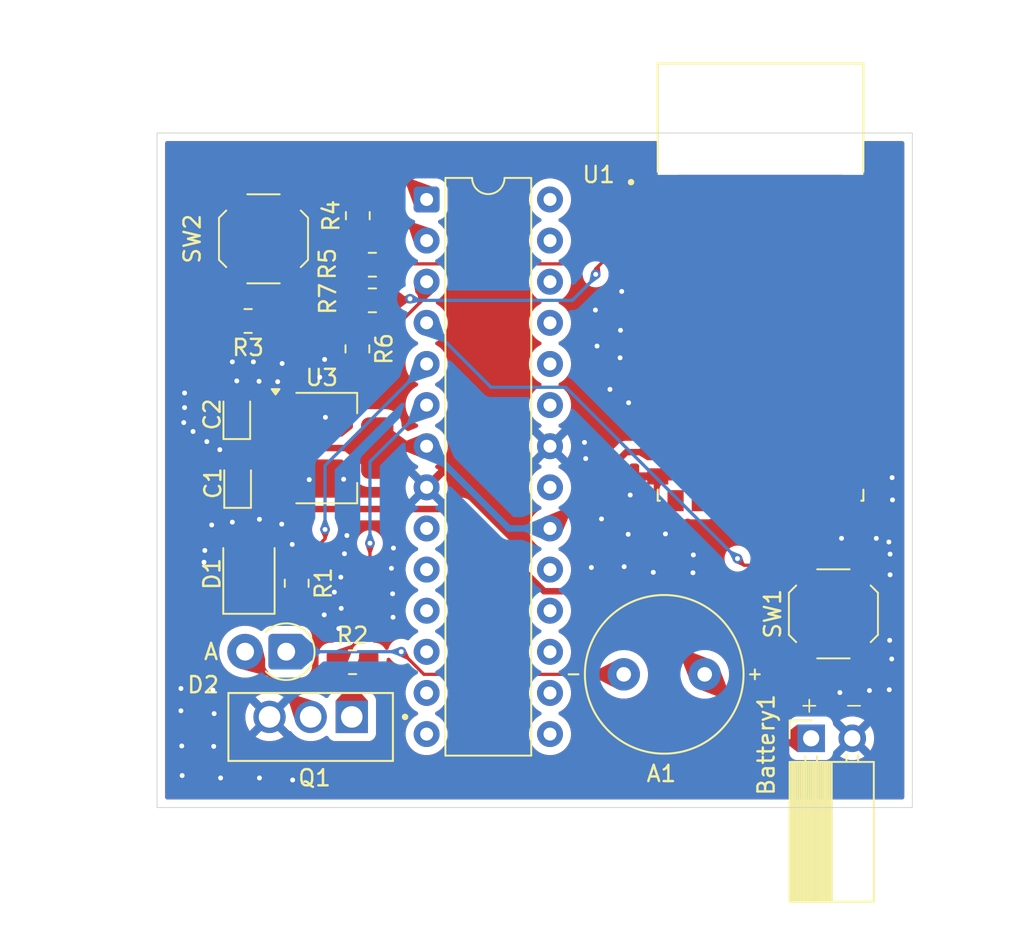
<source format=kicad_pcb>
(kicad_pcb (version 20241229) (generator "pcbnew") (generator_version "9.0")
  (layers (0 "F.Cu" signal) (2 "B.Cu" signal) (13 "F.Paste" user) (15 "B.Paste" user) (5 "F.SilkS" user "F.Silkscreen") (7 "B.SilkS" user "B.Silkscreen") (1 "F.Mask" user) (3 "B.Mask" user) (25 "Edge.Cuts" user))
  (net 0 "")
  (net 1 "HUMIDIFIER")
  (net 2 "+12V")
  (net 3 "Net-(D2-A)")
  (net 4 "GND")
  (net 5 "Net-(Q1-Pad1)")
  (net 6 "RX")
  (net 8 "LED")
  (net 17 "FET")
  (net 18 "+5V")
  (net 20 "TX")
  (net 21 "BUTTON")
  (net 23 "RESET")
  (net 31 "Net-(D1-K)")
  (net 32 "TX_BL")
  (net 33 "RX_BL")
  (footprint "Resistor_SMD:R_0805_2012Metric_Pad1.20x1.40mm_HandSolder" (layer "F.Cu") (at 82.975 67.975)
    (property "Reference" "R2" (at 0 -1.65 0) (layer "F.SilkS"))
    (property "Value" "220R")
    (fp_line (start -0.227064 -0.735) (end 0.227064 -0.735) (stroke (width 0.12)) (layer "F.SilkS"))
    (fp_line (start -0.227064 0.735) (end 0.227064 0.735) (stroke (width 0.12)) (layer "F.SilkS"))
    (pad "1" smd roundrect (at -1 0) (size 1.2 1.4) (layers "F.Cu" "F.Mask" "F.Paste") (roundrect_rratio 0.208333) (net 17 "FET"))
    (pad "2" smd roundrect (at 1 0) (size 1.2 1.4) (layers "F.Cu" "F.Mask" "F.Paste") (roundrect_rratio 0.208333) (net 5 "Net-(Q1-Pad1)"))
  )
  (footprint "Connector_PinSocket_2.54mm:PinSocket_1x02_P2.54mm_Horizontal" (layer "F.Cu") (at 111.3 72.675 90)
    (property "Reference" "Battery1" (at -0.4 -2.775 90) (layer "F.SilkS"))
    (property "Value" "Conn_01x02_Socket")
    (fp_line (start 1.11 -1.33) (end 1.11 0) (stroke (width 0.12)) (layer "F.SilkS"))
    (fp_line (start 0 -1.33) (end 1.11 -1.33) (stroke (width 0.12)) (layer "F.SilkS"))
    (fp_line (start -1.46 -1.33) (end -1.46 3.87) (stroke (width 0.12)) (layer "F.SilkS"))
    (fp_line (start -10.09 -1.33) (end -1.46 -1.33) (stroke (width 0.12)) (layer "F.SilkS"))
    (fp_line (start -10.09 -1.33) (end -10.09 3.87) (stroke (width 0.12)) (layer "F.SilkS"))
    (fp_line (start -10.09 -1.21) (end -1.46 -1.21) (stroke (width 0.12)) (layer "F.SilkS"))
    (fp_line (start -10.09 -1.091905) (end -1.46 -1.091905) (stroke (width 0.12)) (layer "F.SilkS"))
    (fp_line (start -10.09 -0.97381) (end -1.46 -0.97381) (stroke (width 0.12)) (layer "F.SilkS"))
    (fp_line (start -10.09 -0.855715) (end -1.46 -0.855715) (stroke (width 0.12)) (layer "F.SilkS"))
    (fp_line (start -10.09 -0.73762) (end -1.46 -0.73762) (stroke (width 0.12)) (layer "F.SilkS"))
    (fp_line (start -10.09 -0.619525) (end -1.46 -0.619525) (stroke (width 0.12)) (layer "F.SilkS"))
    (fp_line (start -10.09 -0.50143) (end -1.46 -0.50143) (stroke (width 0.12)) (layer "F.SilkS"))
    (fp_line (start -10.09 -0.383335) (end -1.46 -0.383335) (stroke (width 0.12)) (layer "F.SilkS"))
    (fp_line (start -1.46 -0.36) (end -1.11 -0.36) (stroke (width 0.12)) (layer "F.SilkS"))
    (fp_line (start -10.09 -0.26524) (end -1.46 -0.26524) (stroke (width 0.12)) (layer "F.SilkS"))
    (fp_line (start -10.09 -0.147145) (end -1.46 -0.147145) (stroke (width 0.12)) (layer "F.SilkS"))
    (fp_line (start -10.09 -0.02905) (end -1.46 -0.02905) (stroke (width 0.12)) (layer "F.SilkS"))
    (fp_line (start -10.09 0.089045) (end -1.46 0.089045) (stroke (width 0.12)) (layer "F.SilkS"))
    (fp_line (start -10.09 0.20714) (end -1.46 0.20714) (stroke (width 0.12)) (layer "F.SilkS"))
    (fp_line (start -10.09 0.325235) (end -1.46 0.325235) (stroke (width 0.12)) (layer "F.SilkS"))
    (fp_line (start -1.46 0.36) (end -1.11 0.36) (stroke (width 0.12)) (layer "F.SilkS"))
    (fp_line (start -10.09 0.44333) (end -1.46 0.44333) (stroke (width 0.12)) (layer "F.SilkS"))
    (fp_line (start -10.09 0.561425) (end -1.46 0.561425) (stroke (width 0.12)) (layer "F.SilkS"))
    (fp_line (start -10.09 0.67952) (end -1.46 0.67952) (stroke (width 0.12)) (layer "F.SilkS"))
    (fp_line (start -10.09 0.797615) (end -1.46 0.797615) (stroke (width 0.12)) (layer "F.SilkS"))
    (fp_line (start -10.09 0.91571) (end -1.46 0.91571) (stroke (width 0.12)) (layer "F.SilkS"))
    (fp_line (start -10.09 1.033805) (end -1.46 1.033805) (stroke (width 0.12)) (layer "F.SilkS"))
    (fp_line (start -10.09 1.1519) (end -1.46 1.1519) (stroke (width 0.12)) (layer "F.SilkS"))
    (fp_line (start -10.09 1.27) (end -1.46 1.27) (stroke (width 0.12)) (layer "F.SilkS"))
    (fp_line (start -1.46 2.18) (end -1.05 2.18) (stroke (width 0.12)) (layer "F.SilkS"))
    (fp_line (start -1.46 2.9) (end -1.05 2.9) (stroke (width 0.12)) (layer "F.SilkS"))
    (fp_line (start -10.09 3.87) (end -1.46 3.87) (stroke (width 0.12)) (layer "F.SilkS"))
    (pad "1" thru_hole rect (at 0 0 90) (size 1.7 1.7) (drill 1) (layers "*.Cu" "*.Mask") (net 2 "+12V"))
    (pad "2" thru_hole circle (at 0 2.54 90) (size 1.7 1.7) (drill 1) (layers "*.Cu" "*.Mask") (net 4 "GND"))
  )
  (footprint "Button_Switch_SMD:SW_Push_1P1T_XKB_TS-1187A" (layer "F.Cu") (at 112.675 64.9875 90)
    (property "Reference" "SW1" (at 0 -3.75 90) (layer "F.SilkS"))
    (property "Value" "SW_Push")
    (fp_line (start -1.3 -2.75) (end 1.3 -2.75) (stroke (width 0.12)) (layer "F.SilkS"))
    (fp_line (start 1.75 -2.3) (end 1.3 -2.75) (stroke (width 0.12)) (layer "F.SilkS"))
    (fp_line (start -1.75 -2.3) (end -1.3 -2.75) (stroke (width 0.12)) (layer "F.SilkS"))
    (fp_line (start 2.75 -1) (end 2.75 1) (stroke (width 0.12)) (layer "F.SilkS"))
    (fp_line (start -2.75 -1) (end -2.75 1) (stroke (width 0.12)) (layer "F.SilkS"))
    (fp_line (start 1.75 2.3) (end 1.3 2.75) (stroke (width 0.12)) (layer "F.SilkS"))
    (fp_line (start -1.75 2.3) (end -1.3 2.75) (stroke (width 0.12)) (layer "F.SilkS"))
    (fp_line (start -1.3 2.75) (end 1.3 2.75) (stroke (width 0.12)) (layer "F.SilkS"))
    (pad "1" smd rect (at -3 -1.875 90) (size 1 0.75) (layers "F.Cu" "F.Mask" "F.Paste") (net 21 "BUTTON"))
    (pad "1" smd rect (at 3 -1.875 90) (size 1 0.75) (layers "F.Cu" "F.Mask" "F.Paste") (net 21 "BUTTON"))
    (pad "2" smd rect (at -3 1.875 90) (size 1 0.75) (layers "F.Cu" "F.Mask" "F.Paste") (net 4 "GND"))
    (pad "2" smd rect (at 3 1.875 90) (size 1 0.75) (layers "F.Cu" "F.Mask" "F.Paste") (net 4 "GND"))
  )
  (footprint "IRFZ44N:TO254P1016X419X2286-3" (layer "F.Cu") (at 80.3875 71.355 180)
    (property "Reference" "Q1" (at -0.2375 -3.77 0) (layer "F.SilkS"))
    (property "Value" "IRFZ44N")
    (fp_line (start 5.08 1.4775) (end -5.08 1.4775) (stroke (width 0.127)) (layer "F.SilkS"))
    (fp_line (start 5.08 -2.7175) (end 5.08 1.4775) (stroke (width 0.127)) (layer "F.SilkS"))
    (fp_line (start -5.08 1.4775) (end -5.08 -2.7175) (stroke (width 0.127)) (layer "F.SilkS"))
    (fp_line (start -5.08 -2.7175) (end 5.08 -2.7175) (stroke (width 0.127)) (layer "F.SilkS"))
    (fp_circle (center -5.83 0) (end -5.73 0) (stroke (width 0.2)) (fill no) (layer "F.SilkS"))
    (pad "1" thru_hole rect (at -2.54 0 180) (size 1.995 1.995) (drill 1.33) (layers "*.Cu" "*.Mask") (net 5 "Net-(Q1-Pad1)"))
    (pad "2" thru_hole circle (at 0 0 180) (size 1.995 1.995) (drill 1.33) (layers "*.Cu" "*.Mask") (net 3 "Net-(D2-A)"))
    (pad "3" thru_hole circle (at 2.54 0 180) (size 1.995 1.995) (drill 1.33) (layers "*.Cu" "*.Mask") (net 4 "GND"))
  )
  (footprint "Resistor_SMD:R_0805_2012Metric_Pad1.20x1.40mm_HandSolder" (layer "F.Cu") (at 76.525 46.9 180)
    (property "Reference" "R3" (at 0 -1.65 0) (layer "F.SilkS"))
    (property "Value" "10k")
    (fp_line (start -0.227064 0.735) (end 0.227064 0.735) (stroke (width 0.12)) (layer "F.SilkS"))
    (fp_line (start -0.227064 -0.735) (end 0.227064 -0.735) (stroke (width 0.12)) (layer "F.SilkS"))
    (pad "1" smd roundrect (at -1 0 180) (size 1.2 1.4) (layers "F.Cu" "F.Mask" "F.Paste") (roundrect_rratio 0.208333) (net 23 "RESET"))
    (pad "2" smd roundrect (at 1 0 180) (size 1.2 1.4) (layers "F.Cu" "F.Mask" "F.Paste") (roundrect_rratio 0.208333) (net 18 "+5V"))
  )
  (footprint "Resistor_SMD:R_0805_2012Metric_Pad1.20x1.40mm_HandSolder" (layer "F.Cu") (at 84.2 45.625)
    (property "Reference" "R7" (at -2.75 -0.1 90) (layer "F.SilkS"))
    (property "Value" "2K")
    (fp_line (start -0.227064 -0.735) (end 0.227064 -0.735) (stroke (width 0.12)) (layer "F.SilkS"))
    (fp_line (start -0.227064 0.735) (end 0.227064 0.735) (stroke (width 0.12)) (layer "F.SilkS"))
    (pad "1" smd roundrect (at -1 0) (size 1.2 1.4) (layers "F.Cu" "F.Mask" "F.Paste") (roundrect_rratio 0.208333) (net 4 "GND"))
    (pad "2" smd roundrect (at 1 0) (size 1.2 1.4) (layers "F.Cu" "F.Mask" "F.Paste") (roundrect_rratio 0.208333) (net 33 "RX_BL"))
  )
  (footprint "CUSA-TR80-15-2000-TH:XDCR_CUSA-TR80-15-2000-TH" (layer "F.Cu") (at 102.225 68.725 180)
    (property "Reference" "A1" (at 0.175 -6.135 0) (layer "F.SilkS"))
    (property "Value" "CUSA-TR80-15-2000-TH")
    (fp_line (start 5.3 0) (end 5.9 0) (stroke (width 0.127)) (layer "F.SilkS"))
    (fp_line (start -5.6 -0.3) (end -5.6 0.3) (stroke (width 0.127)) (layer "F.SilkS"))
    (fp_line (start -5.9 0) (end -5.3 0) (stroke (width 0.127)) (layer "F.SilkS"))
    (fp_circle (center 0 0) (end 4.9 0) (stroke (width 0.127)) (fill no) (layer "F.SilkS"))
    (pad "N" thru_hole circle (at 2.5 0 180) (size 2 2) (drill 0.9) (layers "*.Cu" "*.Mask") (net 1 "HUMIDIFIER"))
    (pad "P" thru_hole circle (at -2.5 0 180) (size 2 2) (drill 0.9) (layers "*.Cu" "*.Mask") (net 2 "+12V"))
  )
  (footprint "Capacitor_Tantalum_SMD:CP_EIA-1608-08_AVX-J" (layer "F.Cu") (at 75.875 56.9225 90)
    (property "Reference" "C1" (at 0 -1.52 90) (layer "F.SilkS"))
    (property "Value" "0.1uF")
    (fp_line (start 0.8 -0.825) (end -1.52 -0.825) (stroke (width 0.12)) (layer "F.SilkS"))
    (fp_line (start -1.52 -0.825) (end -1.52 0.825) (stroke (width 0.12)) (layer "F.SilkS"))
    (fp_line (start -1.52 0.825) (end 0.8 0.825) (stroke (width 0.12)) (layer "F.SilkS"))
    (pad "1" smd roundrect (at -0.715 0 90) (size 1.09 1.13) (layers "F.Cu" "F.Mask" "F.Paste") (roundrect_rratio 0.229358) (net 2 "+12V"))
    (pad "2" smd roundrect (at 0.715 0 90) (size 1.09 1.13) (layers "F.Cu" "F.Mask" "F.Paste") (roundrect_rratio 0.229358) (net 4 "GND"))
  )
  (footprint "Capacitor_Tantalum_SMD:CP_EIA-1608-08_AVX-J" (layer "F.Cu") (at 75.825 52.6725 90)
    (property "Reference" "C2" (at 0 -1.52 90) (layer "F.SilkS"))
    (property "Value" "0.1uF")
    (fp_line (start 0.8 -0.825) (end -1.52 -0.825) (stroke (width 0.12)) (layer "F.SilkS"))
    (fp_line (start -1.52 -0.825) (end -1.52 0.825) (stroke (width 0.12)) (layer "F.SilkS"))
    (fp_line (start -1.52 0.825) (end 0.8 0.825) (stroke (width 0.12)) (layer "F.SilkS"))
    (pad "1" smd roundrect (at -0.715 0 90) (size 1.09 1.13) (layers "F.Cu" "F.Mask" "F.Paste") (roundrect_rratio 0.229358) (net 18 "+5V"))
    (pad "2" smd roundrect (at 0.715 0 90) (size 1.09 1.13) (layers "F.Cu" "F.Mask" "F.Paste") (roundrect_rratio 0.229358) (net 4 "GND"))
  )
  (footprint "Resistor_SMD:R_0805_2012Metric_Pad1.20x1.40mm_HandSolder" (layer "F.Cu") (at 83.3 40.4 90)
    (property "Reference" "R4" (at 0 -1.65 90) (layer "F.SilkS"))
    (property "Value" "1K")
    (fp_line (start -0.227064 -0.735) (end 0.227064 -0.735) (stroke (width 0.12)) (layer "F.SilkS"))
    (fp_line (start -0.227064 0.735) (end 0.227064 0.735) (stroke (width 0.12)) (layer "F.SilkS"))
    (pad "1" smd roundrect (at -1 0 90) (size 1.2 1.4) (layers "F.Cu" "F.Mask" "F.Paste") (roundrect_rratio 0.208333) (net 32 "TX_BL"))
    (pad "2" smd roundrect (at 1 0 90) (size 1.2 1.4) (layers "F.Cu" "F.Mask" "F.Paste") (roundrect_rratio 0.208333) (net 6 "RX"))
  )
  (footprint "Package_TO_SOT_SMD:SOT-223-3_TabPin2" (layer "F.Cu") (at 81.35 54.75)
    (property "Reference" "U3" (at -0.275 -4.35 0) (layer "F.SilkS"))
    (property "Value" "AMS1117-5.0")
    (fp_line (start -1.85 -3.41) (end 1.91 -3.41) (stroke (width 0.12)) (layer "F.SilkS"))
    (fp_line (start -1.85 3.41) (end 1.91 3.41) (stroke (width 0.12)) (layer "F.SilkS"))
    (fp_line (start 1.91 -3.41) (end 1.91 -2.15) (stroke (width 0.12)) (layer "F.SilkS"))
    (fp_line (start 1.91 3.41) (end 1.91 2.15) (stroke (width 0.12)) (layer "F.SilkS"))
    (fp_poly (pts (xy -3.13 -3.31) (xy -3.37 -3.64) (xy -2.89 -3.64) (xy -3.13 -3.31)) (stroke (width 0.12)) (fill yes) (layer "F.SilkS"))
    (pad "1" smd roundrect (at -3.15 -2.3) (size 2 1.5) (layers "F.Cu" "F.Mask" "F.Paste") (net 4 "GND"))
    (pad "2" smd roundrect (at -3.15 0) (size 2 1.5) (layers "F.Cu" "F.Mask" "F.Paste") (net 18 "+5V"))
    (pad "2" smd roundrect (at 3.15 0) (size 2 3.8) (layers "F.Cu" "F.Mask" "F.Paste") (net 18 "+5V"))
    (pad "3" smd roundrect (at -3.15 2.3) (size 2 1.5) (layers "F.Cu" "F.Mask" "F.Paste") (net 2 "+12V"))
  )
  (footprint "Button_Switch_SMD:SW_Push_1P1T_XKB_TS-1187A" (layer "F.Cu") (at 77.475 41.825 -90)
    (property "Reference" "SW2" (at 0 4.4 90) (layer "F.SilkS"))
    (property "Value" "SW_Push")
    (fp_line (start -1.3 2.75) (end 1.3 2.75) (stroke (width 0.12)) (layer "F.SilkS"))
    (fp_line (start -1.75 2.3) (end -1.3 2.75) (stroke (width 0.12)) (layer "F.SilkS"))
    (fp_line (start 1.75 2.3) (end 1.3 2.75) (stroke (width 0.12)) (layer "F.SilkS"))
    (fp_line (start -2.75 -1) (end -2.75 1) (stroke (width 0.12)) (layer "F.SilkS"))
    (fp_line (start 2.75 -1) (end 2.75 1) (stroke (width 0.12)) (layer "F.SilkS"))
    (fp_line (start -1.75 -2.3) (end -1.3 -2.75) (stroke (width 0.12)) (layer "F.SilkS"))
    (fp_line (start 1.75 -2.3) (end 1.3 -2.75) (stroke (width 0.12)) (layer "F.SilkS"))
    (fp_line (start -1.3 -2.75) (end 1.3 -2.75) (stroke (width 0.12)) (layer "F.SilkS"))
    (pad "1" smd rect (at -3 -1.875 270) (size 1 0.75) (layers "F.Cu" "F.Mask" "F.Paste") (net 4 "GND"))
    (pad "1" smd rect (at 3 -1.875 270) (size 1 0.75) (layers "F.Cu" "F.Mask" "F.Paste") (net 4 "GND"))
    (pad "2" smd rect (at -3 1.875 270) (size 1 0.75) (layers "F.Cu" "F.Mask" "F.Paste") (net 23 "RESET"))
    (pad "2" smd rect (at 3 1.875 270) (size 1 0.75) (layers "F.Cu" "F.Mask" "F.Paste") (net 23 "RESET"))
  )
  (footprint "Diode_THT:D_DO-41_SOD81_P2.54mm_Vertical_AnodeUp" (layer "F.Cu") (at 78.877183 67.325 180)
    (property "Reference" "D2" (at 5.127183 -2.05 180) (layer "F.SilkS"))
    (property "Value" "1N4007")
    (fp_arc (start 1.255517 1.22) (mid -1.750635 0) (end 1.255517 -1.22) (stroke (width 0.12)) (layer "F.SilkS"))
    (fp_text user "A" (at 4.64 0 180) (layer "F.SilkS"))
    (pad "1" thru_hole roundrect (at 0 0 180) (size 2.2 2.2) (drill 1.1) (layers "*.Cu" "*.Mask") (roundrect_rratio 0.113636) (net 1 "HUMIDIFIER"))
    (pad "2" thru_hole circle (at 2.54 0 180) (size 2.2 2.2) (drill 1.1) (layers "*.Cu" "*.Mask") (net 3 "Net-(D2-A)"))
  )
  (footprint "HC-05:XCVR_HC-05" (layer "F.Cu") (at 108.175 44.825)
    (property "Reference" "U2" (hide yes))
    (property "Value" "HC-05")
    (fp_line (start -6.35 -13.825) (end 6.35 -13.825) (stroke (width 0.127)) (layer "F.SilkS"))
    (fp_line (start -6.35 -7.145) (end -6.35 -13.825) (stroke (width 0.127)) (layer "F.SilkS"))
    (fp_line (start -6.35 12.495) (end -6.35 13.175) (stroke (width 0.127)) (layer "F.SilkS"))
    (fp_line (start -6.35 13.175) (end -6.22 13.175) (stroke (width 0.127)) (layer "F.SilkS"))
    (fp_line (start 6.22 13.175) (end 6.35 13.175) (stroke (width 0.127)) (layer "F.SilkS"))
    (fp_line (start 6.35 -13.825) (end 6.35 -7.145) (stroke (width 0.127)) (layer "F.SilkS"))
    (fp_line (start 6.35 13.175) (end 6.35 12.495) (stroke (width 0.127)) (layer "F.SilkS"))
    (fp_circle (center -8 -6.5) (end -7.9 -6.5) (stroke (width 0.2)) (fill no) (layer "F.SilkS"))
    (pad "1" smd rect (at -6.35 -6.325) (size 1.3 1) (layers "F.Cu" "F.Mask" "F.Paste") (net 32 "TX_BL"))
    (pad "2" smd rect (at -6.35 -4.825) (size 1.3 1) (layers "F.Cu" "F.Mask" "F.Paste") (net 33 "RX_BL"))
    (pad "3" smd rect (at -6.35 -3.325) (size 1.3 1) (layers "F.Cu" "F.Mask" "F.Paste"))
    (pad "4" smd rect (at -6.35 -1.825) (size 1.3 1) (layers "F.Cu" "F.Mask" "F.Paste"))
    (pad "5" smd rect (at -6.35 -0.325) (size 1.3 1) (layers "F.Cu" "F.Mask" "F.Paste"))
    (pad "6" smd rect (at -6.35 1.175) (size 1.3 1) (layers "F.Cu" "F.Mask" "F.Paste"))
    (pad "7" smd rect (at -6.35 2.675) (size 1.3 1) (layers "F.Cu" "F.Mask" "F.Paste"))
    (pad "8" smd rect (at -6.35 4.175) (size 1.3 1) (layers "F.Cu" "F.Mask" "F.Paste"))
    (pad "9" smd rect (at -6.35 5.675) (size 1.3 1) (layers "F.Cu" "F.Mask" "F.Paste"))
    (pad "10" smd rect (at -6.35 7.175) (size 1.3 1) (layers "F.Cu" "F.Mask" "F.Paste"))
    (pad "11" smd rect (at -6.35 8.675) (size 1.3 1) (layers "F.Cu" "F.Mask" "F.Paste"))
    (pad "12" smd rect (at -6.35 10.175) (size 1.3 1) (layers "F.Cu" "F.Mask" "F.Paste") (net 18 "+5V"))
    (pad "13" smd rect (at -6.35 11.675) (size 1.3 1) (layers "F.Cu" "F.Mask" "F.Paste") (net 4 "GND"))
    (pad "14" smd rect (at -5.25 13.175) (size 1 1.3) (layers "F.Cu" "F.Mask" "F.Paste"))
    (pad "15" smd rect (at -3.75 13.175) (size 1 1.3) (layers "F.Cu" "F.Mask" "F.Paste"))
    (pad "16" smd rect (at -2.25 13.175) (size 1 1.3) (layers "F.Cu" "F.Mask" "F.Paste"))
    (pad "17" smd rect (at -0.75 13.175) (size 1 1.3) (layers "F.Cu" "F.Mask" "F.Paste"))
    (pad "18" smd rect (at 0.75 13.175) (size 1 1.3) (layers "F.Cu" "F.Mask" "F.Paste"))
    (pad "19" smd rect (at 2.25 13.175) (size 1 1.3) (layers "F.Cu" "F.Mask" "F.Paste"))
    (pad "20" smd rect (at 3.75 13.175) (size 1 1.3) (layers "F.Cu" "F.Mask" "F.Paste"))
    (pad "21" smd rect (at 5.25 13.175) (size 1 1.3) (layers "F.Cu" "F.Mask" "F.Paste") (net 4 "GND"))
    (pad "22" smd rect (at 6.35 11.675) (size 1.3 1) (layers "F.Cu" "F.Mask" "F.Paste") (net 4 "GND"))
    (pad "23" smd rect (at 6.35 10.175) (size 1.3 1) (layers "F.Cu" "F.Mask" "F.Paste"))
    (pad "24" smd rect (at 6.35 8.675) (size 1.3 1) (layers "F.Cu" "F.Mask" "F.Paste"))
    (pad "25" smd rect (at 6.35 7.175) (size 1.3 1) (layers "F.Cu" "F.Mask" "F.Paste"))
    (pad "26" smd rect (at 6.35 5.675) (size 1.3 1) (layers "F.Cu" "F.Mask" "F.Paste"))
    (pad "27" smd rect (at 6.35 4.175) (size 1.3 1) (layers "F.Cu" "F.Mask" "F.Paste"))
    (pad "28" smd rect (at 6.35 2.675) (size 1.3 1) (layers "F.Cu" "F.Mask" "F.Paste"))
    (pad "29" smd rect (at 6.35 1.175) (size 1.3 1) (layers "F.Cu" "F.Mask" "F.Paste"))
    (pad "30" smd rect (at 6.35 -0.325) (size 1.3 1) (layers "F.Cu" "F.Mask" "F.Paste"))
    (pad "31" smd rect (at 6.35 -1.825) (size 1.3 1) (layers "F.Cu" "F.Mask" "F.Paste"))
    (pad "32" smd rect (at 6.35 -3.325) (size 1.3 1) (layers "F.Cu" "F.Mask" "F.Paste"))
    (pad "33" smd rect (at 6.35 -4.825) (size 1.3 1) (layers "F.Cu" "F.Mask" "F.Paste"))
    (pad "34" smd rect (at 6.35 -6.325) (size 1.3 1) (layers "F.Cu" "F.Mask" "F.Paste"))
    (zone (net 0) (net_name "") (layer "F.Cu") (connect_pads (clearance 0)) (min_thickness 0.01)
      (keepout (tracks not_allowed) (vias not_allowed) (pads not_allowed) (copperpour not_allowed) (footprints allowed))
      (fill (thermal_gap 0.508) (thermal_bridge_width 0.508))
      (polygon (pts (xy 101.825 30.975) (xy 114.525 30.975) (xy 114.525 37.875) (xy 101.825 37.875)))
    )
    (zone (net 0) (net_name "") (layer "B.Cu") (connect_pads (clearance 0)) (min_thickness 0.01)
      (keepout (tracks not_allowed) (vias not_allowed) (pads not_allowed) (copperpour not_allowed) (footprints allowed))
      (fill (thermal_gap 0.508) (thermal_bridge_width 0.508))
      (polygon (pts (xy 101.825 30.975) (xy 114.525 30.975) (xy 114.525 37.875) (xy 101.825 37.875)))
    )
  )
  (footprint "Resistor_SMD:R_0805_2012Metric_Pad1.20x1.40mm_HandSolder" (layer "F.Cu") (at 83.275 48.625 -90)
    (property "Reference" "R6" (at 0 -1.65 90) (layer "F.SilkS"))
    (property "Value" "1K")
    (fp_line (start -0.227064 0.735) (end 0.227064 0.735) (stroke (width 0.12)) (layer "F.SilkS"))
    (fp_line (start -0.227064 -0.735) (end 0.227064 -0.735) (stroke (width 0.12)) (layer "F.SilkS"))
    (pad "1" smd roundrect (at -1 0 270) (size 1.2 1.4) (layers "F.Cu" "F.Mask" "F.Paste") (roundrect_rratio 0.208333) (net 33 "RX_BL"))
    (pad "2" smd roundrect (at 1 0 270) (size 1.2 1.4) (layers "F.Cu" "F.Mask" "F.Paste") (roundrect_rratio 0.208333) (net 20 "TX"))
  )
  (footprint "Resistor_SMD:R_0805_2012Metric_Pad1.20x1.40mm_HandSolder" (layer "F.Cu") (at 84.2 43.425)
    (property "Reference" "R5" (at -2.775 -0.05 90) (layer "F.SilkS"))
    (property "Value" "2K")
    (fp_line (start -0.227064 -0.735) (end 0.227064 -0.735) (stroke (width 0.12)) (layer "F.SilkS"))
    (fp_line (start -0.227064 0.735) (end 0.227064 0.735) (stroke (width 0.12)) (layer "F.SilkS"))
    (pad "1" smd roundrect (at -1 0) (size 1.2 1.4) (layers "F.Cu" "F.Mask" "F.Paste") (roundrect_rratio 0.208333) (net 4 "GND"))
    (pad "2" smd roundrect (at 1 0) (size 1.2 1.4) (layers "F.Cu" "F.Mask" "F.Paste") (roundrect_rratio 0.208333) (net 32 "TX_BL"))
  )
  (footprint "Package_DIP:DIP-28_W7.62mm" (layer "F.Cu") (at 87.55 39.395)
    (property "Reference" "U1" (at 10.625 -1.53 0) (layer "F.SilkS"))
    (property "Value" "ATmega328-P")
    (fp_line (start 1.16 -1.33) (end 1.16 34.35) (stroke (width 0.12)) (layer "F.SilkS"))
    (fp_line (start 1.16 34.35) (end 6.46 34.35) (stroke (width 0.12)) (layer "F.SilkS"))
    (fp_line (start 2.81 -1.33) (end 1.16 -1.33) (stroke (width 0.12)) (layer "F.SilkS"))
    (fp_line (start 6.46 -1.33) (end 4.81 -1.33) (stroke (width 0.12)) (layer "F.SilkS"))
    (fp_line (start 6.46 34.35) (end 6.46 -1.33) (stroke (width 0.12)) (layer "F.SilkS"))
    (fp_arc (start 4.81 -1.33) (mid 3.81 -0.33) (end 2.81 -1.33) (stroke (width 0.12)) (layer "F.SilkS"))
    (pad "1" thru_hole roundrect (at 0 0) (size 1.6 1.6) (drill 0.8) (layers "*.Cu" "*.Mask") (roundrect_rratio 0.15625) (net 23 "RESET"))
    (pad "2" thru_hole circle (at 0 2.54) (size 1.6 1.6) (drill 0.8) (layers "*.Cu" "*.Mask") (net 6 "RX"))
    (pad "3" thru_hole circle (at 0 5.08) (size 1.6 1.6) (drill 0.8) (layers "*.Cu" "*.Mask") (net 20 "TX"))
    (pad "4" thru_hole circle (at 0 7.62) (size 1.6 1.6) (drill 0.8) (layers "*.Cu" "*.Mask") (net 21 "BUTTON"))
    (pad "5" thru_hole circle (at 0 10.16) (size 1.6 1.6) (drill 0.8) (layers "*.Cu" "*.Mask") (net 8 "LED"))
    (pad "6" thru_hole circle (at 0 12.7) (size 1.6 1.6) (drill 0.8) (layers "*.Cu" "*.Mask") (net 17 "FET"))
    (pad "7" thru_hole circle (at 0 15.24) (size 1.6 1.6) (drill 0.8) (layers "*.Cu" "*.Mask") (net 18 "+5V"))
    (pad "8" thru_hole circle (at 0 17.78) (size 1.6 1.6) (drill 0.8) (layers "*.Cu" "*.Mask") (net 4 "GND"))
    (pad "9" thru_hole circle (at 0 20.32) (size 1.6 1.6) (drill 0.8) (layers "*.Cu" "*.Mask"))
    (pad "10" thru_hole circle (at 0 22.86) (size 1.6 1.6) (drill 0.8) (layers "*.Cu" "*.Mask"))
    (pad "11" thru_hole circle (at 0 25.4) (size 1.6 1.6) (drill 0.8) (layers "*.Cu" "*.Mask"))
    (pad "12" thru_hole circle (at 0 27.94) (size 1.6 1.6) (drill 0.8) (layers "*.Cu" "*.Mask"))
    (pad "13" thru_hole circle (at 0 30.48) (size 1.6 1.6) (drill 0.8) (layers "*.Cu" "*.Mask"))
    (pad "14" thru_hole circle (at 0 33.02) (size 1.6 1.6) (drill 0.8) (layers "*.Cu" "*.Mask"))
    (pad "15" thru_hole circle (at 7.62 33.02) (size 1.6 1.6) (drill 0.8) (layers "*.Cu" "*.Mask"))
    (pad "16" thru_hole circle (at 7.62 30.48) (size 1.6 1.6) (drill 0.8) (layers "*.Cu" "*.Mask"))
    (pad "17" thru_hole circle (at 7.62 27.94) (size 1.6 1.6) (drill 0.8) (layers "*.Cu" "*.Mask"))
    (pad "18" thru_hole circle (at 7.62 25.4) (size 1.6 1.6) (drill 0.8) (layers "*.Cu" "*.Mask"))
    (pad "19" thru_hole circle (at 7.62 22.86) (size 1.6 1.6) (drill 0.8) (layers "*.Cu" "*.Mask"))
    (pad "20" thru_hole circle (at 7.62 20.32) (size 1.6 1.6) (drill 0.8) (layers "*.Cu" "*.Mask") (net 18 "+5V"))
    (pad "21" thru_hole circle (at 7.62 17.78) (size 1.6 1.6) (drill 0.8) (layers "*.Cu" "*.Mask"))
    (pad "22" thru_hole circle (at 7.62 15.24) (size 1.6 1.6) (drill 0.8) (layers "*.Cu" "*.Mask") (net 4 "GND"))
    (pad "23" thru_hole circle (at 7.62 12.7) (size 1.6 1.6) (drill 0.8) (layers "*.Cu" "*.Mask"))
    (pad "24" thru_hole circle (at 7.62 10.16) (size 1.6 1.6) (drill 0.8) (layers "*.Cu" "*.Mask"))
    (pad "25" thru_hole circle (at 7.62 7.62) (size 1.6 1.6) (drill 0.8) (layers "*.Cu" "*.Mask"))
    (pad "26" thru_hole circle (at 7.62 5.08) (size 1.6 1.6) (drill 0.8) (layers "*.Cu" "*.Mask"))
    (pad "27" thru_hole circle (at 7.62 2.54) (size 1.6 1.6) (drill 0.8) (layers "*.Cu" "*.Mask"))
    (pad "28" thru_hole circle (at 7.62 0) (size 1.6 1.6) (drill 0.8) (layers "*.Cu" "*.Mask"))
  )
  (footprint "LED_SMD:LED_1210_3225Metric_Pad1.42x2.65mm_HandSolder" (layer "F.Cu") (at 76.575 62.525 90)
    (property "Reference" "D1" (at 0 -2.28 90) (layer "F.SilkS"))
    (property "Value" "LED")
    (fp_line (start 1.6 -1.585) (end -2.46 -1.585) (stroke (width 0.12)) (layer "F.SilkS"))
    (fp_line (start -2.46 -1.585) (end -2.46 1.585) (stroke (width 0.12)) (layer "F.SilkS"))
    (fp_line (start -2.46 1.585) (end 1.6 1.585) (stroke (width 0.12)) (layer "F.SilkS"))
    (pad "1" smd roundrect (at -1.4875 0 90) (size 1.425 2.65) (layers "F.Cu" "F.Mask" "F.Paste") (roundrect_rratio 0.175439) (net 31 "Net-(D1-K)"))
    (pad "2" smd roundrect (at 1.4875 0 90) (size 1.425 2.65) (layers "F.Cu" "F.Mask" "F.Paste") (roundrect_rratio 0.175439) (net 4 "GND"))
  )
  (footprint "Resistor_SMD:R_0805_2012Metric_Pad1.20x1.40mm_HandSolder" (layer "F.Cu") (at 79.525 63.1 -90)
    (property "Reference" "R1" (at 0 -1.65 90) (layer "F.SilkS"))
    (property "Value" "330R")
    (fp_line (start -0.227064 0.735) (end 0.227064 0.735) (stroke (width 0.12)) (layer "F.SilkS"))
    (fp_line (start -0.227064 -0.735) (end 0.227064 -0.735) (stroke (width 0.12)) (layer "F.SilkS"))
    (pad "1" smd roundrect (at -1 0 270) (size 1.2 1.4) (layers "F.Cu" "F.Mask" "F.Paste") (roundrect_rratio 0.208333) (net 8 "LED"))
    (pad "2" smd roundrect (at 1 0 270) (size 1.2 1.4) (layers "F.Cu" "F.Mask" "F.Paste") (roundrect_rratio 0.208333) (net 31 "Net-(D1-K)"))
  )
  (gr_rect (start 70.9 35.289137) (end 117.55 76.95) (stroke (width 0.05)) (fill no) (layer "Edge.Cuts"))
  (gr_text "+  -" (at 110.5 71.175 0) (layer "F.SilkS") (effects (font (size 1 1) (thickness 0.1)) (justify left bottom)))
  (segment (start 85.98295 67.325) (end 87.38295 68.725) (width 0.2) (layer "F.Cu") (net 1))
  (segment (start 87.38295 68.725) (end 99.725 68.725) (width 0.2) (layer "F.Cu") (net 1))
  (via (at 85.98295 67.325) (size 0.6) (drill 0.3) (layers "F.Cu" "B.Cu") (net 1))
  (segment (start 85.98295 67.325) (end 78.877183 67.325) (width 0.2) (layer "B.Cu") (net 1))
  (segment (start 108.675 72.675) (end 104.725 68.725) (width 0.4) (layer "F.Cu") (net 2))
  (segment (start 99.594 63.594) (end 104.725 68.725) (width 0.4) (layer "F.Cu") (net 2))
  (segment (start 77.6125 57.6375) (end 75.875 57.6375) (width 0.4) (layer "F.Cu") (net 2))
  (segment (start 79.664 58.514) (end 89.730529 58.514) (width 0.4) (layer "F.Cu") (net 2))
  (segment (start 94.810529 63.594) (end 99.594 63.594) (width 0.4) (layer "F.Cu") (net 2))
  (segment (start 111.3 72.675) (end 108.675 72.675) (width 0.4) (layer "F.Cu") (net 2))
  (segment (start 78.2 57.05) (end 77.6125 57.6375) (width 0.4) (layer "F.Cu") (net 2))
  (segment (start 89.730529 58.514) (end 94.810529 63.594) (width 0.4) (layer "F.Cu") (net 2))
  (segment (start 78.2 57.05) (end 79.664 58.514) (width 0.4) (layer "F.Cu") (net 2))
  (segment (start 77.7825 68.75) (end 80.3875 71.355) (width 0.2) (layer "F.Cu") (net 3))
  (segment (start 77.762183 68.75) (end 77.7825 68.75) (width 0.2) (layer "F.Cu") (net 3))
  (segment (start 76.337183 67.325) (end 77.762183 68.75) (width 0.2) (layer "F.Cu") (net 3))
  (via (at 81.25 49.275) (size 0.6) (drill 0.3) (layers "F.Cu" "B.Cu") (net 4))
  (via (at 74.775 54.85) (size 0.6) (drill 0.3) (layers "F.Cu" "B.Cu") (net 4))
  (via (at 76.85 49.425) (size 0.6) (drill 0.3) (layers "F.Cu" "B.Cu") (net 4))
  (via (at 80.95 50.375) (size 0.6) (drill 0.3) (layers "F.Cu" "B.Cu") (net 4))
  (via (at 79.25 60.7) (size 0.6) (drill 0.3) (layers "F.Cu" "B.Cu") (net 4))
  (via (at 104.025 61.35) (size 0.6) (drill 0.3) (layers "F.Cu" "B.Cu") (net 4))
  (via (at 72.375 69.6) (size 0.6) (drill 0.3) (layers "F.Cu" "B.Cu") (net 4))
  (via (at 99.6 45.075) (size 0.6) (drill 0.3) (layers "F.Cu" "B.Cu") (net 4))
  (via (at 82.475 61.275) (size 0.6) (drill 0.3) (layers "F.Cu" "B.Cu") (net 4))
  (via (at 74.275 59.5) (size 0.6) (drill 0.3) (layers "F.Cu" "B.Cu") (net 4))
  (via (at 78.6 59.45) (size 0.6) (drill 0.3) (layers "F.Cu" "B.Cu") (net 4))
  (via (at 97.975 46.225) (size 0.6) (drill 0.3) (layers "F.Cu" "B.Cu") (net 4))
  (via (at 114.9 69.725) (size 0.6) (drill 0.3) (layers "F.Cu" "B.Cu") (net 4))
  (via (at 73.8 61.8) (size 0.6) (drill 0.3) (layers "F.Cu" "B.Cu") (net 4))
  (via (at 81.3 52.85) (size 0.6) (drill 0.3) (layers "F.Cu" "B.Cu") (net 4))
  (via (at 78.625 49.525) (size 0.6) (drill 0.3) (layers "F.Cu" "B.Cu") (net 4))
  (via (at 82.125 65.9) (size 0.6) (drill 0.3) (layers "F.Cu" "B.Cu") (net 4))
  (via (at 82.25 62.725) (size 0.6) (drill 0.3) (layers "F.Cu" "B.Cu") (net 4))
  (via (at 97.375 55.4) (size 0.6) (drill 0.3) (layers "F.Cu" "B.Cu") (net 4))
  (via (at 77.225 75.125) (size 0.6) (drill 0.3) (layers "F.Cu" "B.Cu") (net 4))
  (via (at 99.5 49.175) (size 0.6) (drill 0.3) (layers "F.Cu" "B.Cu") (net 4))
  (via (at 100.125 57.65) (size 0.6) (drill 0.3) (layers "F.Cu" "B.Cu") (net 4))
  (via (at 82.425 56.675) (size 0.6) (drill 0.3) (layers "F.Cu" "B.Cu") (net 4))
  (via (at 116.325 57.95) (size 0.6) (drill 0.3) (layers "F.Cu" "B.Cu") (net 4))
  (via (at 72.45 74.975) (size 0.6) (drill 0.3) (layers "F.Cu" "B.Cu") (net 4))
  (via (at 82.625 60.15) (size 0.6) (drill 0.3) (layers "F.Cu" "B.Cu") (net 4))
  (via (at 72.55 53.175) (size 0.6) (drill 0.3) (layers "F.Cu" "B.Cu") (net 4))
  (via (at 72.6 52.25) (size 0.6) (drill 0.3) (layers "F.Cu" "B.Cu") (net 4))
  (via (at 77.2 50.625) (size 0.6) (drill 0.3) (layers "F.Cu" "B.Cu") (net 4))
  (via (at 77.225 59.15) (size 0.6) (drill 0.3) (layers "F.Cu" "B.Cu") (net 4))
  (via (at 73.125 53.725) (size 0.6) (drill 0.3) (layers "F.Cu" "B.Cu") (net 4))
  (via (at 116.1 60.55) (size 0.6) (drill 0.3) (layers "F.Cu" "B.Cu") (net 4))
  (via (at 75.55 49.425) (size 0.6) (drill 0.3) (layers "F.Cu" "B.Cu") (net 4))
  (via (at 74.825 75.125) (size 0.6) (drill 0.3) (layers "F.Cu" "B.Cu") (net 4))
  (via (at 115.325 60.325) (size 0.6) (drill 0.3) (layers "F.Cu" "B.Cu") (net 4))
  (via (at 98.075 48.45) (size 0.6) (drill 0.3) (layers "F.Cu" "B.Cu") (net 4))
  (via (at 102.3 60.05) (size 0.6) (drill 0.3) (layers "F.Cu" "B.Cu") (net 4))
  (via (at 74.425 71.15) (size 0.6) (drill 0.3) (layers "F.Cu" "B.Cu") (net 4))
  (via (at 104 62.45) (size 0.6) (drill 0.3) (layers "F.Cu" "B.Cu") (net 4))
  (via (at 79.275 75.25) (size 0.6) (drill 0.3) (layers "F.Cu" "B.Cu") (net 4))
  (via (at 116.125 69.675) (size 0.6) (drill 0.3) (layers "F.Cu" "B.Cu") (net 4))
  (via (at 73.85 61.075) (size 0.6) (drill 0.3) (layers "F.Cu" "B.Cu") (net 4))
  (via (at 75.825 50.6) (size 0.6) (drill 0.3) (layers "F.Cu" "B.Cu") (net 4))
  (via (at 73.975 54.35) (size 0.6) (drill 0.3) (layers "F.Cu" "B.Cu") (net 4))
  (via (at 97.3 54.4) (size 0.6) (drill 0.3) (layers "F.Cu" "B.Cu") (net 4))
  (via (at 74.35 69.7) (size 0.6) (drill 0.3) (layers "F.Cu" "B.Cu") (net 4))
  (via (at 116.175 62.575) (size 0.6) (drill 0.3) (layers "F.Cu" "B.Cu") (net 4))
  (via (at 97.725 62.125) (size 0.6) (drill 0.3) (layers "F.Cu" "B.Cu") (net 4))
  (via (at 81.225 65.05) (size 0.6) (drill 0.3) (layers "F.Cu" "B.Cu") (net 4))
  (via (at 85.45 63.75) (size 0.6) (drill 0.3) (layers "F.Cu" "B.Cu") (net 4))
  (via (at 113.175 60.325) (size 0.6) (drill 0.3) (layers "F.Cu" "B.Cu") (net 4))
  (via (at 72.6 51.35) (size 0.6) (drill 0.3) (layers "F.Cu" "B.Cu") (net 4))
  (via (at 78.35 50.65) (size 0.6) (drill 0.3) (layers "F.Cu" "B.Cu") (net 4))
  (via (at 116.175 61.3) (size 0.6) (drill 0.3) (layers "F.Cu" "B.Cu") (net 4))
  (via (at 100 60.075) (size 0.6) (drill 0.3) (layers "F.Cu" "B.Cu") (net 4))
  (via (at 82.275 64.65) (size 0.6) (drill 0.3) (layers "F.Cu" "B.Cu") (net 4))
  (via (at 72.425 73.15) (size 0.6) (drill 0.3) (layers "F.Cu" "B.Cu") (net 4))
  (via (at 85.375 62.175) (size 0.6) (drill 0.3) (layers "F.Cu" "B.Cu") (net 4))
  (via (at 113.075 69.85) (size 0.6) (drill 0.3) (layers "F.Cu" "B.Cu") (net 4))
  (via (at 99.75 62.075) (size 0.6) (drill 0.3) (layers "F.Cu" "B.Cu") (net 4))
  (via (at 74.4 73.175) (size 0.6) (drill 0.3) (layers "F.Cu" "B.Cu") (net 4))
  (via (at 85.475 65.2) (size 0.6) (drill 0.3) (layers "F.Cu" "B.Cu") (net 4))
  (via (at 80.3 56.7) (size 0.6) (drill 0.3) (layers "F.Cu" "B.Cu") (net 4))
  (via (at 116.275 67.775) (size 0.6) (drill 0.3) (layers "F.Cu" "B.Cu") (net 4))
  (via (at 72.375 70.975) (size 0.6) (drill 0.3) (layers "F.Cu" "B.Cu") (net 4))
  (via (at 100.025 51.95) (size 0.6) (drill 0.3) (layers "F.Cu" "B.Cu") (net 4))
  (via (at 116.3 56.575) (size 0.6) (drill 0.3) (layers "F.Cu" "B.Cu") (net 4))
  (via (at 116.15 66.625) (size 0.6) (drill 0.3) (layers "F.Cu" "B.Cu") (net 4))
  (via (at 75.55 59.325) (size 0.6) (drill 0.3) (layers "F.Cu" "B.Cu") (net 4))
  (via (at 81.85 63.65) (size 0.6) (drill 0.3) (layers "F.Cu" "B.Cu") (net 4))
  (via (at 99.525 47.475) (size 0.6) (drill 0.3) (layers "F.Cu" "B.Cu") (net 4))
  (via (at 98.875 51.125) (size 0.6) (drill 0.3) (layers "F.Cu" "B.Cu") (net 4))
  (via (at 98.35 59.125) (size 0.6) (drill 0.3) (layers "F.Cu" "B.Cu") (net 4))
  (via (at 85.5 60.925) (size 0.6) (drill 0.3) (layers "F.Cu" "B.Cu") (net 4))
  (via (at 101.55 62.425) (size 0.6) (drill 0.3) (layers "F.Cu" "B.Cu") (net 4))
  (segment (start 82.9275 71.355) (end 82.9275 69.0225) (width 0.2) (layer "F.Cu") (net 5))
  (segment (start 82.9275 69.0225) (end 83.975 67.975) (width 0.2) (layer "F.Cu") (net 5))
  (segment (start 85.015 39.4) (end 87.55 41.935) (width 0.2) (layer "F.Cu") (net 6))
  (segment (start 83.3 39.4) (end 85.015 39.4) (width 0.2) (layer "F.Cu") (net 6))
  (segment (start 81.275 60.35) (end 81.275 59.775) (width 0.2) (layer "F.Cu") (net 8))
  (segment (start 79.525 62.1) (end 81.275 60.35) (width 0.2) (layer "F.Cu") (net 8))
  (via (at 81.275 59.775) (size 0.6) (drill 0.3) (layers "F.Cu" "B.Cu") (net 8))
  (segment (start 81.275 59.775) (end 81.275 55.83) (width 0.2) (layer "B.Cu") (net 8))
  (segment (start 81.275 55.83) (end 87.55 49.555) (width 0.2) (layer "B.Cu") (net 8))
  (segment (start 84.05 65.9) (end 84.05 60.625) (width 0.2) (layer "F.Cu") (net 17))
  (segment (start 81.975 67.975) (end 84.05 65.9) (width 0.2) (layer "F.Cu") (net 17))
  (via (at 84.05 60.625) (size 0.6) (drill 0.3) (layers "F.Cu" "B.Cu") (net 17))
  (segment (start 84.05 60.625) (end 84.05 55.595) (width 0.2) (layer "B.Cu") (net 17))
  (segment (start 84.05 55.595) (end 87.55 52.095) (width 0.2) (layer "B.Cu") (net 17))
  (segment (start 73.775 48.65) (end 73.775 52.35) (width 0.2) (layer "F.Cu") (net 18))
  (segment (start 95.17 59.715) (end 99.885 55) (width 0.4) (layer "F.Cu") (net 18))
  (segment (start 74.8125 53.3875) (end 75.825 53.3875) (width 0.2) (layer "F.Cu") (net 18))
  (segment (start 78.2 54.75) (end 77.1875 54.75) (width 0.4) (layer "F.Cu") (net 18))
  (segment (start 84.5 54.75) (end 78.2 54.75) (width 0.4) (layer "F.Cu") (net 18))
  (segment (start 87.55 54.635) (end 84.615 54.635) (width 0.4) (layer "F.Cu") (net 18))
  (segment (start 73.775 52.35) (end 74.8125 53.3875) (width 0.2) (layer "F.Cu") (net 18))
  (segment (start 75.525 46.9) (end 73.775 48.65) (width 0.2) (layer "F.Cu") (net 18))
  (segment (start 77.1875 54.75) (end 75.825 53.3875) (width 0.4) (layer "F.Cu") (net 18))
  (segment (start 84.615 54.635) (end 84.5 54.75) (width 0.4) (layer "F.Cu") (net 18))
  (segment (start 99.885 55) (end 101.825 55) (width 0.4) (layer "F.Cu") (net 18))
  (segment (start 95.17 59.715) (end 92.63 59.715) (width 0.4) (layer "B.Cu") (net 18))
  (segment (start 92.63 59.715) (end 87.55 54.635) (width 0.4) (layer "B.Cu") (net 18))
  (segment (start 83.275 49.625) (end 87.55 45.35) (width 0.2) (layer "F.Cu") (net 20))
  (segment (start 87.55 45.35) (end 87.55 44.475) (width 0.2) (layer "F.Cu") (net 20))
  (segment (start 110.8 61.9875) (end 107.1625 61.9875) (width 0.2) (layer "F.Cu") (net 21))
  (segment (start 107.1625 61.9875) (end 106.75 61.575) (width 0.2) (layer "F.Cu") (net 21))
  (segment (start 110.8 61.9875) (end 110.8 67.9875) (width 0.2) (layer "F.Cu") (net 21))
  (via (at 106.75 61.575) (size 0.6) (drill 0.3) (layers "F.Cu" "B.Cu") (net 21))
  (segment (start 96.1415 50.994) (end 91.529 50.994) (width 0.2) (layer "B.Cu") (net 21))
  (segment (start 91.529 50.994) (end 87.55 47.015) (width 0.2) (layer "B.Cu") (net 21))
  (segment (start 106.75 61.575) (end 106.7225 61.575) (width 0.2) (layer "B.Cu") (net 21))
  (segment (start 106.7225 61.575) (end 96.1415 50.994) (width 0.2) (layer "B.Cu") (net 21))
  (segment (start 76.401 38.024) (end 86.179 38.024) (width 0.2) (layer "F.Cu") (net 23))
  (segment (start 77.525 46.9) (end 77.525 46.75) (width 0.2) (layer "F.Cu") (net 23))
  (segment (start 86.179 38.024) (end 87.55 39.395) (width 0.2) (layer "F.Cu") (net 23))
  (segment (start 77.525 46.75) (end 75.6 44.825) (width 0.2) (layer "F.Cu") (net 23))
  (segment (start 75.6 44.825) (end 75.6 38.825) (width 0.2) (layer "F.Cu") (net 23))
  (segment (start 75.6 38.825) (end 76.401 38.024) (width 0.2) (layer "F.Cu") (net 23))
  (segment (start 79.525 64.1) (end 76.6625 64.1) (width 0.2) (layer "F.Cu") (net 31))
  (segment (start 76.6625 64.1) (end 76.575 64.0125) (width 0.2) (layer "F.Cu") (net 31))
  (segment (start 83.3 41.4) (end 83.3 41.525) (width 0.2) (layer "F.Cu") (net 32))
  (segment (start 101.675 38.5) (end 101.825 38.5) (width 0.2) (layer "F.Cu") (net 32))
  (segment (start 83.3 41.525) (end 85.2 43.425) (width 0.2) (layer "F.Cu") (net 32))
  (segment (start 85.2 43.425) (end 85.251 43.374) (width 0.2) (layer "F.Cu") (net 32))
  (segment (start 85.251 43.374) (end 96.801 43.374) (width 0.2) (layer "F.Cu") (net 32))
  (segment (start 96.801 43.374) (end 101.675 38.5) (width 0.2) (layer "F.Cu") (net 32))
  (segment (start 101.675 40) (end 101.825 40) (width 0.2) (layer "F.Cu") (net 33))
  (segment (start 85.2 45.7) (end 85.2 45.625) (width 0.2) (layer "F.Cu") (net 33))
  (segment (start 97.992985 43.682015) (end 101.675 40) (width 0.2) (layer "F.Cu") (net 33))
  (segment (start 83.275 47.625) (end 85.2 45.7) (width 0.2) (layer "F.Cu") (net 33))
  (segment (start 97.992985 44.019269) (end 97.992985 43.682015) (width 0.2) (layer "F.Cu") (net 33))
  (segment (start 85.2 45.625) (end 86.42647 45.625) (width 0.2) (layer "F.Cu") (net 33))
  (segment (start 86.42647 45.625) (end 86.525735 45.525735) (width 0.2) (layer "F.Cu") (net 33))
  (via (at 97.992985 44.019269) (size 0.6) (drill 0.3) (layers "F.Cu" "B.Cu") (net 33))
  (via (at 86.525735 45.525735) (size 0.6) (drill 0.3) (layers "F.Cu" "B.Cu") (net 33))
  (segment (start 86.625 45.625) (end 96.549943 45.625) (width 0.2) (layer "B.Cu") (net 33))
  (segment (start 97.992985 44.181958) (end 97.992985 44.019269) (width 0.2) (layer "B.Cu") (net 33))
  (segment (start 96.549943 45.625) (end 97.992985 44.181958) (width 0.2) (layer "B.Cu") (net 33))
  (segment (start 86.525735 45.525735) (end 86.625 45.625) (width 0.2) (layer "B.Cu") (net 33))
  (zone (net 4) (net_name "GND") (layers "F.Cu" "B.Cu") (connect_pads (clearance 0.5)) (min_thickness 0.25) (fill yes (thermal_gap 0.5) (thermal_bridge_width 0.5))
    (polygon (pts (xy 96.975 27.425) (xy 124.45 27.475) (xy 124.05 79.925) (xy 61.2 81.05) (xy 61.2 27.075) (xy 95.3 27.425)))
  )
)
</source>
